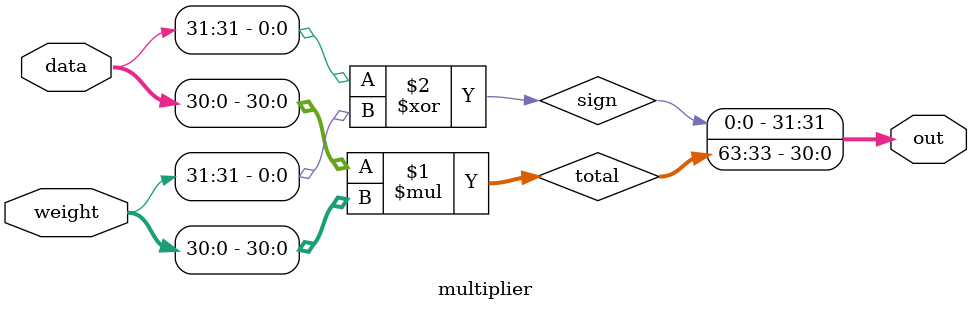
<source format=v>
module multiplier
#(
  parameter integer DATA_WIDTH	 = 32,
  parameter integer WEIGHT_WIDTH = 32
)
(
  input [DATA_WIDTH-1:0] data,
  input [WEIGHT_WIDTH-1:0] weight,
  output [DATA_WIDTH-1:0] out
);

wire [DATA_WIDTH+WEIGHT_WIDTH-1:0] total;
wire sign;

// assuming always 1 bit for sign, multiply integer+fractional parts
assign total = data[DATA_WIDTH-2:0] * weight[WEIGHT_WIDTH-2:0];
assign sign = data[DATA_WIDTH-1] ^ weight[WEIGHT_WIDTH-1];
assign out = {sign, total[DATA_WIDTH+WEIGHT_WIDTH-1:WEIGHT_WIDTH+1]};

endmodule // multiplier

</source>
